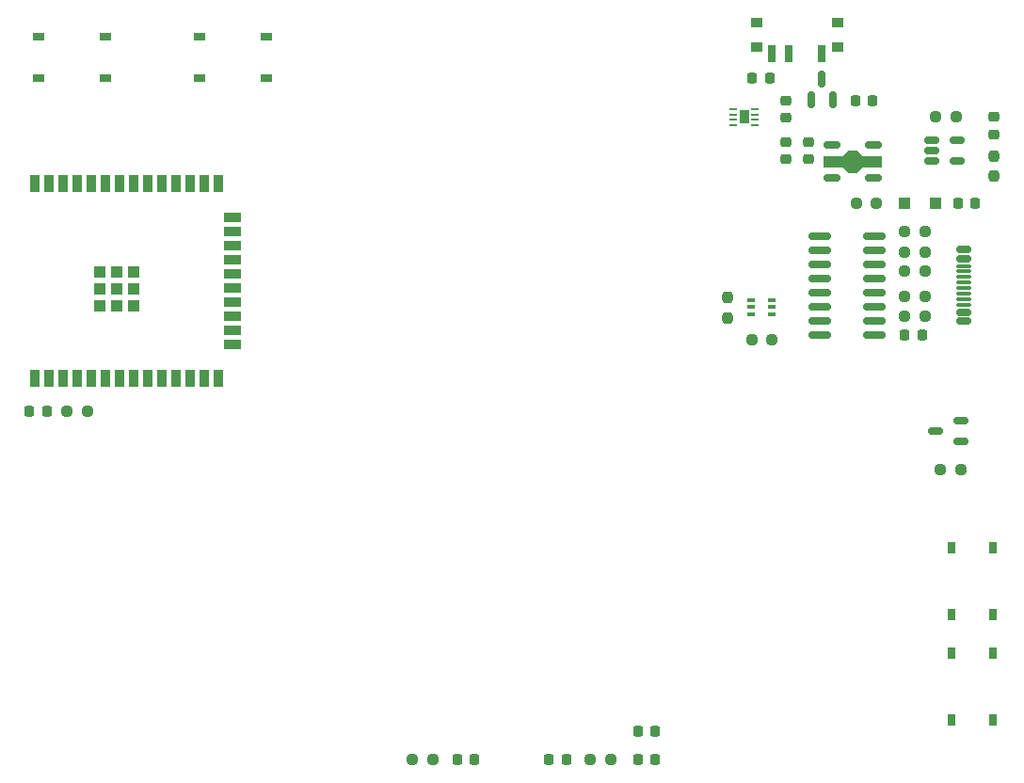
<source format=gbr>
%TF.GenerationSoftware,KiCad,Pcbnew,8.0.4+dfsg-1*%
%TF.CreationDate,2025-03-09T22:36:11+01:00*%
%TF.ProjectId,time_terminal,74696d65-5f74-4657-926d-696e616c2e6b,rev?*%
%TF.SameCoordinates,Original*%
%TF.FileFunction,Paste,Top*%
%TF.FilePolarity,Positive*%
%FSLAX46Y46*%
G04 Gerber Fmt 4.6, Leading zero omitted, Abs format (unit mm)*
G04 Created by KiCad (PCBNEW 8.0.4+dfsg-1) date 2025-03-09 22:36:11*
%MOMM*%
%LPD*%
G01*
G04 APERTURE LIST*
G04 Aperture macros list*
%AMRoundRect*
0 Rectangle with rounded corners*
0 $1 Rounding radius*
0 $2 $3 $4 $5 $6 $7 $8 $9 X,Y pos of 4 corners*
0 Add a 4 corners polygon primitive as box body*
4,1,4,$2,$3,$4,$5,$6,$7,$8,$9,$2,$3,0*
0 Add four circle primitives for the rounded corners*
1,1,$1+$1,$2,$3*
1,1,$1+$1,$4,$5*
1,1,$1+$1,$6,$7*
1,1,$1+$1,$8,$9*
0 Add four rect primitives between the rounded corners*
20,1,$1+$1,$2,$3,$4,$5,0*
20,1,$1+$1,$4,$5,$6,$7,0*
20,1,$1+$1,$6,$7,$8,$9,0*
20,1,$1+$1,$8,$9,$2,$3,0*%
%AMFreePoly0*
4,1,13,0.900000,0.500000,2.600000,0.500000,2.600000,-0.500000,0.900000,-0.500000,0.400000,-1.000000,-0.400000,-1.000000,-0.900000,-0.500000,-2.600000,-0.500000,-2.600000,0.500000,-0.900000,0.500000,-0.400000,1.000000,0.400000,1.000000,0.900000,0.500000,0.900000,0.500000,$1*%
G04 Aperture macros list end*
%ADD10R,1.000000X0.750000*%
%ADD11R,0.990600X0.812800*%
%ADD12R,0.711200X1.498600*%
%ADD13R,0.900000X1.500000*%
%ADD14R,1.500000X0.900000*%
%ADD15R,1.050000X1.050000*%
%ADD16RoundRect,0.150000X0.825000X0.150000X-0.825000X0.150000X-0.825000X-0.150000X0.825000X-0.150000X0*%
%ADD17RoundRect,0.175000X0.575000X0.175000X-0.575000X0.175000X-0.575000X-0.175000X0.575000X-0.175000X0*%
%ADD18FreePoly0,180.000000*%
%ADD19R,0.711200X0.254000*%
%ADD20R,0.889000X1.295400*%
%ADD21RoundRect,0.150000X-0.512500X-0.150000X0.512500X-0.150000X0.512500X0.150000X-0.512500X0.150000X0*%
%ADD22R,0.750000X1.000000*%
%ADD23RoundRect,0.237500X0.250000X0.237500X-0.250000X0.237500X-0.250000X-0.237500X0.250000X-0.237500X0*%
%ADD24RoundRect,0.237500X-0.250000X-0.237500X0.250000X-0.237500X0.250000X0.237500X-0.250000X0.237500X0*%
%ADD25RoundRect,0.237500X0.237500X-0.250000X0.237500X0.250000X-0.237500X0.250000X-0.237500X-0.250000X0*%
%ADD26RoundRect,0.237500X-0.237500X0.250000X-0.237500X-0.250000X0.237500X-0.250000X0.237500X0.250000X0*%
%ADD27RoundRect,0.150000X0.512500X0.150000X-0.512500X0.150000X-0.512500X-0.150000X0.512500X-0.150000X0*%
%ADD28RoundRect,0.150000X0.150000X-0.587500X0.150000X0.587500X-0.150000X0.587500X-0.150000X-0.587500X0*%
%ADD29RoundRect,0.100000X0.225000X0.100000X-0.225000X0.100000X-0.225000X-0.100000X0.225000X-0.100000X0*%
%ADD30RoundRect,0.150000X0.500000X-0.150000X0.500000X0.150000X-0.500000X0.150000X-0.500000X-0.150000X0*%
%ADD31RoundRect,0.075000X0.575000X-0.075000X0.575000X0.075000X-0.575000X0.075000X-0.575000X-0.075000X0*%
%ADD32RoundRect,0.218750X-0.218750X-0.256250X0.218750X-0.256250X0.218750X0.256250X-0.218750X0.256250X0*%
%ADD33RoundRect,0.250000X-0.300000X-0.300000X0.300000X-0.300000X0.300000X0.300000X-0.300000X0.300000X0*%
%ADD34RoundRect,0.218750X0.218750X0.256250X-0.218750X0.256250X-0.218750X-0.256250X0.218750X-0.256250X0*%
%ADD35RoundRect,0.218750X-0.256250X0.218750X-0.256250X-0.218750X0.256250X-0.218750X0.256250X0.218750X0*%
%ADD36RoundRect,0.225000X0.250000X-0.225000X0.250000X0.225000X-0.250000X0.225000X-0.250000X-0.225000X0*%
%ADD37RoundRect,0.225000X-0.225000X-0.250000X0.225000X-0.250000X0.225000X0.250000X-0.225000X0.250000X0*%
%ADD38RoundRect,0.225000X-0.250000X0.225000X-0.250000X-0.225000X0.250000X-0.225000X0.250000X0.225000X0*%
%ADD39RoundRect,0.225000X0.225000X0.250000X-0.225000X0.250000X-0.225000X-0.250000X0.225000X-0.250000X0*%
G04 APERTURE END LIST*
D10*
%TO.C,SW2*%
X69500000Y-56250000D03*
X75500000Y-56250000D03*
X69500000Y-60000000D03*
X75500000Y-60000000D03*
%TD*%
D11*
%TO.C,SW6*%
X141406460Y-55000000D03*
D12*
X137014800Y-57809600D03*
D11*
X134106500Y-55000000D03*
X134106500Y-57200000D03*
D12*
X139999300Y-57809600D03*
D11*
X141406460Y-57200000D03*
D12*
X135516200Y-57809600D03*
%TD*%
D13*
%TO.C,U2*%
X69185000Y-87000000D03*
X70455000Y-87000000D03*
X71725000Y-87000000D03*
X72995000Y-87000000D03*
X74265000Y-87000000D03*
X75535000Y-87000000D03*
X76805000Y-87000000D03*
X78075000Y-87000000D03*
X79345000Y-87000000D03*
X80615000Y-87000000D03*
X81885000Y-87000000D03*
X83155000Y-87000000D03*
X84425000Y-87000000D03*
X85695000Y-87000000D03*
D14*
X86945000Y-83960000D03*
X86945000Y-82690000D03*
X86945000Y-81420000D03*
X86945000Y-80150000D03*
X86945000Y-78880000D03*
X86945000Y-77610000D03*
X86945000Y-76340000D03*
X86945000Y-75070000D03*
X86945000Y-73800000D03*
X86945000Y-72530000D03*
D13*
X85695000Y-69500000D03*
X84425000Y-69500000D03*
X83155000Y-69500000D03*
X81885000Y-69500000D03*
X80615000Y-69500000D03*
X79345000Y-69500000D03*
X78075000Y-69500000D03*
X76805000Y-69500000D03*
X75535000Y-69500000D03*
X74265000Y-69500000D03*
X72995000Y-69500000D03*
X71725000Y-69500000D03*
X70455000Y-69500000D03*
X69185000Y-69500000D03*
D15*
X75000000Y-80455000D03*
X76525000Y-80455000D03*
X78050000Y-80455000D03*
X75000000Y-78930000D03*
X76525000Y-78930000D03*
X78050000Y-78930000D03*
X75000000Y-77405000D03*
X76525000Y-77405000D03*
X78050000Y-77405000D03*
%TD*%
D16*
%TO.C,U7*%
X144725000Y-83080000D03*
X144725000Y-81810000D03*
X144725000Y-80540000D03*
X144725000Y-79270000D03*
X144725000Y-78000000D03*
X144725000Y-76730000D03*
X144725000Y-75460000D03*
X144725000Y-74190000D03*
X139775000Y-74190000D03*
X139775000Y-75460000D03*
X139775000Y-76730000D03*
X139775000Y-78000000D03*
X139775000Y-79270000D03*
X139775000Y-80540000D03*
X139775000Y-81810000D03*
X139775000Y-83080000D03*
%TD*%
D17*
%TO.C,U6*%
X140900000Y-69000000D03*
X140900000Y-66000000D03*
X144600000Y-66000000D03*
D18*
X142750000Y-67500000D03*
D17*
X144600000Y-69000000D03*
%TD*%
D19*
%TO.C,U5*%
X134000000Y-64250001D03*
X134000000Y-63750000D03*
X134000000Y-63250000D03*
X134000000Y-62749999D03*
X131993400Y-62749999D03*
X131993400Y-63250000D03*
X131993400Y-63750000D03*
X131993400Y-64250001D03*
D20*
X132996700Y-63500000D03*
%TD*%
D21*
%TO.C,U4*%
X152137500Y-65550000D03*
X152137500Y-67450000D03*
X149862500Y-67450000D03*
X149862500Y-66500000D03*
X149862500Y-65550000D03*
%TD*%
D22*
%TO.C,SW5*%
X155375000Y-111750000D03*
X155375000Y-117750000D03*
X151625000Y-111750000D03*
X151625000Y-117750000D03*
%TD*%
D10*
%TO.C,SW4*%
X90000000Y-60000000D03*
X84000000Y-60000000D03*
X90000000Y-56250000D03*
X84000000Y-56250000D03*
%TD*%
D22*
%TO.C,SW3*%
X155375000Y-102250000D03*
X155375000Y-108250000D03*
X151625000Y-102250000D03*
X151625000Y-108250000D03*
%TD*%
D23*
%TO.C,R15*%
X152500000Y-95200000D03*
X150675000Y-95200000D03*
%TD*%
D24*
%TO.C,R14*%
X119175000Y-121250000D03*
X121000000Y-121250000D03*
%TD*%
D23*
%TO.C,R13*%
X149250000Y-77385000D03*
X147425000Y-77385000D03*
%TD*%
%TO.C,R12*%
X149250000Y-79635000D03*
X147425000Y-79635000D03*
%TD*%
%TO.C,R11*%
X149250000Y-75635000D03*
X147425000Y-75635000D03*
%TD*%
D24*
%TO.C,R10*%
X147425000Y-81385000D03*
X149250000Y-81385000D03*
%TD*%
D23*
%TO.C,R9*%
X143087500Y-71250000D03*
X144912500Y-71250000D03*
%TD*%
%TO.C,R7*%
X147425000Y-73750000D03*
X149250000Y-73750000D03*
%TD*%
%TO.C,R6*%
X105000000Y-121250000D03*
X103175000Y-121250000D03*
%TD*%
D24*
%TO.C,R5*%
X133675000Y-83500000D03*
X135500000Y-83500000D03*
%TD*%
D25*
%TO.C,R4*%
X131500000Y-81575000D03*
X131500000Y-79750000D03*
%TD*%
D26*
%TO.C,R3*%
X155500000Y-68825000D03*
X155500000Y-67000000D03*
%TD*%
D23*
%TO.C,R2*%
X150250000Y-63500000D03*
X152075000Y-63500000D03*
%TD*%
D24*
%TO.C,R1*%
X73912500Y-90000000D03*
X72087500Y-90000000D03*
%TD*%
D27*
%TO.C,Q3*%
X150250000Y-91750000D03*
X152525000Y-90800000D03*
X152525000Y-92700000D03*
%TD*%
D28*
%TO.C,Q2*%
X139050000Y-61937500D03*
X140950000Y-61937500D03*
X140000000Y-60062500D03*
%TD*%
D29*
%TO.C,Q1*%
X133600000Y-81250000D03*
X133600000Y-80600000D03*
X133600000Y-79950000D03*
X135500000Y-79950000D03*
X135500000Y-80600000D03*
X135500000Y-81250000D03*
%TD*%
D30*
%TO.C,J5*%
X152755000Y-81835000D03*
X152755000Y-81035000D03*
D31*
X152755000Y-79885000D03*
X152755000Y-78885000D03*
X152755000Y-78385000D03*
X152755000Y-77385000D03*
D30*
X152755000Y-76235000D03*
X152755000Y-75435000D03*
X152755000Y-75435000D03*
X152755000Y-76235000D03*
D31*
X152755000Y-76885000D03*
X152755000Y-77885000D03*
X152755000Y-79385000D03*
X152755000Y-80385000D03*
D30*
X152755000Y-81035000D03*
X152755000Y-81835000D03*
%TD*%
D32*
%TO.C,D4*%
X115425000Y-121250000D03*
X117000000Y-121250000D03*
%TD*%
D33*
%TO.C,D3*%
X150250000Y-71250000D03*
X147450000Y-71250000D03*
%TD*%
D34*
%TO.C,D2*%
X108750000Y-121250000D03*
X107175000Y-121250000D03*
%TD*%
D35*
%TO.C,D1*%
X155500000Y-65075000D03*
X155500000Y-63500000D03*
%TD*%
D36*
%TO.C,C11*%
X136750000Y-65725000D03*
X136750000Y-67275000D03*
%TD*%
%TO.C,C10*%
X138750000Y-65750000D03*
X138750000Y-67300000D03*
%TD*%
D37*
%TO.C,C9*%
X147450000Y-83135000D03*
X149000000Y-83135000D03*
%TD*%
%TO.C,C8*%
X144550000Y-62000000D03*
X143000000Y-62000000D03*
%TD*%
D38*
%TO.C,C6*%
X136750000Y-63550000D03*
X136750000Y-62000000D03*
%TD*%
D39*
%TO.C,C5*%
X133725000Y-60000000D03*
X135275000Y-60000000D03*
%TD*%
D37*
%TO.C,C4*%
X153800000Y-71250000D03*
X152250000Y-71250000D03*
%TD*%
D39*
%TO.C,C3*%
X70250000Y-90000000D03*
X68700000Y-90000000D03*
%TD*%
D37*
%TO.C,C2*%
X123450000Y-121250000D03*
X125000000Y-121250000D03*
%TD*%
%TO.C,C1*%
X123450000Y-118750000D03*
X125000000Y-118750000D03*
%TD*%
M02*

</source>
